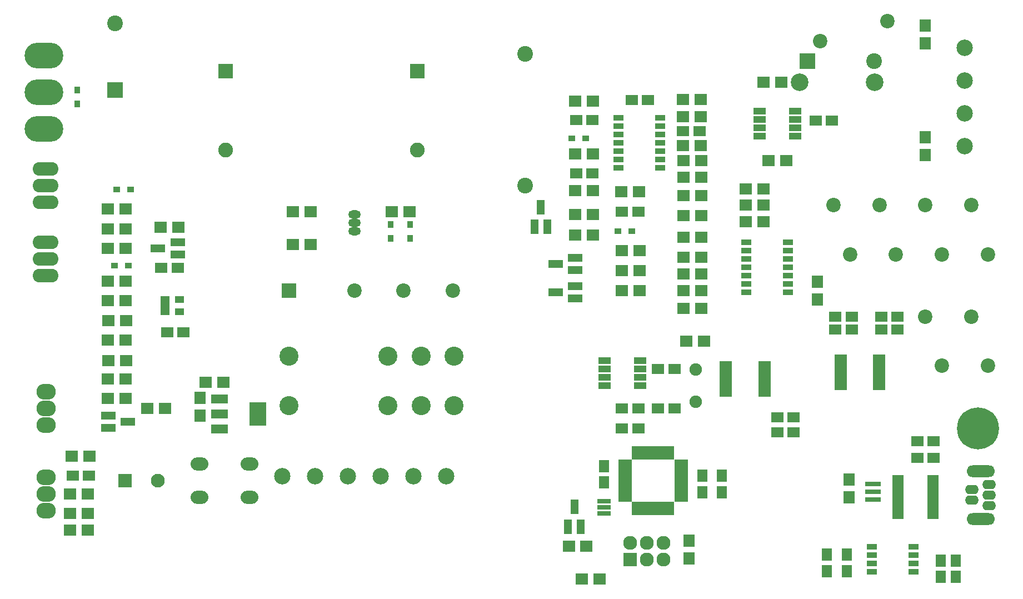
<source format=gts>
G04 #@! TF.FileFunction,Soldermask,Top*
%FSLAX46Y46*%
G04 Gerber Fmt 4.6, Leading zero omitted, Abs format (unit mm)*
G04 Created by KiCad (PCBNEW 4.0.0-rc1-stable) date 4/11/2015 1:36:56 PM*
%MOMM*%
G01*
G04 APERTURE LIST*
%ADD10C,0.100000*%
%ADD11R,1.900000X1.650000*%
%ADD12R,1.650000X1.900000*%
%ADD13C,2.100000*%
%ADD14R,2.100000X2.100000*%
%ADD15R,2.127200X2.127200*%
%ADD16O,2.127200X2.127200*%
%ADD17R,0.990000X0.850000*%
%ADD18C,2.398980*%
%ADD19R,2.398980X2.398980*%
%ADD20R,0.850000X0.990000*%
%ADD21O,2.700000X2.000000*%
%ADD22C,2.200000*%
%ADD23R,2.000000X0.950000*%
%ADD24R,0.950000X2.000000*%
%ADD25C,2.900000*%
%ADD26R,1.900000X1.700000*%
%ADD27C,2.500000*%
%ADD28R,1.200100X2.200860*%
%ADD29O,5.901640X3.900120*%
%ADD30R,2.200860X1.200100*%
%ADD31O,3.900120X2.099260*%
%ADD32R,1.700000X1.900000*%
%ADD33C,2.686000*%
%ADD34R,1.543000X0.908000*%
%ADD35R,1.900000X0.850000*%
%ADD36R,1.950000X1.000000*%
%ADD37R,1.670000X0.806400*%
%ADD38O,2.940000X2.432000*%
%ADD39R,2.550000X3.650000*%
%ADD40R,2.550000X1.350000*%
%ADD41O,1.901140X1.299160*%
%ADD42R,1.460000X1.050000*%
%ADD43R,2.000000X0.700000*%
%ADD44R,2.400000X0.800000*%
%ADD45C,1.901140*%
%ADD46C,6.399480*%
%ADD47C,2.250000*%
%ADD48R,2.250000X2.250000*%
%ADD49O,4.310000X1.800000*%
%ADD50O,2.100000X1.400000*%
%ADD51R,2.200000X2.200000*%
G04 APERTURE END LIST*
D10*
D11*
X137434000Y-117602000D03*
X139934000Y-117602000D03*
X137434000Y-115316000D03*
X139934000Y-115316000D03*
D12*
X126000000Y-126750000D03*
X126000000Y-124250000D03*
X111000000Y-125250000D03*
X111000000Y-122750000D03*
D11*
X116250000Y-114000000D03*
X113750000Y-114000000D03*
X116250000Y-117000000D03*
X113750000Y-117000000D03*
X153250000Y-102000000D03*
X155750000Y-102000000D03*
X153250000Y-100000000D03*
X155750000Y-100000000D03*
X146250000Y-100000000D03*
X148750000Y-100000000D03*
X146250000Y-102000000D03*
X148750000Y-102000000D03*
D12*
X145000000Y-136250000D03*
X145000000Y-138750000D03*
X148000000Y-136250000D03*
X148000000Y-138750000D03*
X162306000Y-137180000D03*
X162306000Y-139680000D03*
X164592000Y-137180000D03*
X164592000Y-139680000D03*
D11*
X158750000Y-119000000D03*
X161250000Y-119000000D03*
X158750000Y-121500000D03*
X161250000Y-121500000D03*
X115250000Y-67000000D03*
X117750000Y-67000000D03*
X143276000Y-70104000D03*
X145776000Y-70104000D03*
X109250000Y-70000000D03*
X106750000Y-70000000D03*
X123050000Y-71700000D03*
X125550000Y-71700000D03*
X109250000Y-78200000D03*
X106750000Y-78200000D03*
X113750000Y-84000000D03*
X116250000Y-84000000D03*
X30050000Y-124200000D03*
X32550000Y-124200000D03*
D13*
X43000000Y-125000000D03*
D14*
X38000000Y-125000000D03*
D11*
X43550000Y-92600000D03*
X46050000Y-92600000D03*
D12*
X129000000Y-126750000D03*
X129000000Y-124250000D03*
D11*
X121750000Y-108000000D03*
X119250000Y-108000000D03*
X121750000Y-114000000D03*
X119250000Y-114000000D03*
D15*
X115000000Y-137000000D03*
D16*
X115000000Y-134460000D03*
X117540000Y-137000000D03*
X117540000Y-134460000D03*
X120080000Y-137000000D03*
X120080000Y-134460000D03*
D17*
X108255000Y-72800000D03*
X106145000Y-72800000D03*
X115255000Y-87000000D03*
X113145000Y-87000000D03*
D18*
X36497460Y-55340000D03*
D19*
X36497460Y-65500000D03*
D20*
X30734000Y-67603000D03*
X30734000Y-65493000D03*
D18*
X152160000Y-61067460D03*
D19*
X142000000Y-61067460D03*
D21*
X57000000Y-127500000D03*
X57000000Y-122460000D03*
X49380000Y-122460000D03*
X49380000Y-127500000D03*
D20*
X78500000Y-85945000D03*
X78500000Y-88055000D03*
D17*
X36745000Y-80600000D03*
X38855000Y-80600000D03*
X36445000Y-92200000D03*
X38555000Y-92200000D03*
D20*
X81500000Y-85945000D03*
X81500000Y-88055000D03*
D22*
X144000000Y-58000000D03*
X154200000Y-55000000D03*
D23*
X114250000Y-122200000D03*
X114250000Y-123000000D03*
X114250000Y-123800000D03*
X114250000Y-124600000D03*
X114250000Y-125400000D03*
X114250000Y-126200000D03*
X114250000Y-127000000D03*
X114250000Y-127800000D03*
D24*
X115700000Y-129250000D03*
X116500000Y-129250000D03*
X117300000Y-129250000D03*
X118100000Y-129250000D03*
X118900000Y-129250000D03*
X119700000Y-129250000D03*
X120500000Y-129250000D03*
X121300000Y-129250000D03*
D23*
X122750000Y-127800000D03*
X122750000Y-127000000D03*
X122750000Y-126200000D03*
X122750000Y-125400000D03*
X122750000Y-124600000D03*
X122750000Y-123800000D03*
X122750000Y-123000000D03*
X122750000Y-122200000D03*
D24*
X121300000Y-120750000D03*
X120500000Y-120750000D03*
X119700000Y-120750000D03*
X118900000Y-120750000D03*
X118100000Y-120750000D03*
X117300000Y-120750000D03*
X116500000Y-120750000D03*
X115700000Y-120750000D03*
D25*
X63000000Y-106000000D03*
X83160000Y-106000000D03*
X78120000Y-106000000D03*
X88200000Y-106000000D03*
X63000000Y-113560000D03*
X78120000Y-113560000D03*
X83160000Y-113560000D03*
X88200000Y-113560000D03*
D26*
X107650000Y-140000000D03*
X110350000Y-140000000D03*
D27*
X166000000Y-74000000D03*
X166000000Y-69000000D03*
X166000000Y-64000000D03*
X166000000Y-59000000D03*
X62007500Y-124317500D03*
X67007500Y-124317500D03*
X72007500Y-124317500D03*
X77007500Y-124317500D03*
X82007500Y-124317500D03*
X87007500Y-124317500D03*
D28*
X100450000Y-86301140D03*
X102350000Y-86301140D03*
X101400000Y-83298860D03*
D29*
X25654000Y-65786000D03*
X25654000Y-71374000D03*
X25654000Y-60198000D03*
D30*
X35498860Y-115050000D03*
X35498860Y-116950000D03*
X38501140Y-116000000D03*
D28*
X105550000Y-132001140D03*
X107450000Y-132001140D03*
X106500000Y-128998860D03*
D31*
X25908000Y-80010000D03*
X25908000Y-82550000D03*
X25908000Y-77470000D03*
X25908000Y-91186000D03*
X25908000Y-93726000D03*
X25908000Y-88646000D03*
D30*
X46051140Y-90550000D03*
X46051140Y-88650000D03*
X43048860Y-89600000D03*
D26*
X132650000Y-80500000D03*
X135350000Y-80500000D03*
X126250000Y-103750000D03*
X123550000Y-103750000D03*
X135350000Y-83000000D03*
X132650000Y-83000000D03*
X132650000Y-85500000D03*
X135350000Y-85500000D03*
D32*
X124000000Y-134150000D03*
X124000000Y-136850000D03*
D26*
X125850000Y-98750000D03*
X123150000Y-98750000D03*
X125850000Y-93500000D03*
X123150000Y-93500000D03*
D32*
X148350000Y-124850000D03*
X148350000Y-127550000D03*
D26*
X123110000Y-81534000D03*
X125810000Y-81534000D03*
X106650000Y-67200000D03*
X109350000Y-67200000D03*
X109350000Y-84400000D03*
X106650000Y-84400000D03*
X125810000Y-78740000D03*
X123110000Y-78740000D03*
X123050000Y-66900000D03*
X125750000Y-66900000D03*
X125750000Y-73900000D03*
X123050000Y-73900000D03*
X106650000Y-87600000D03*
X109350000Y-87600000D03*
D32*
X160000000Y-75350000D03*
X160000000Y-72650000D03*
D26*
X125750000Y-69500000D03*
X123050000Y-69500000D03*
X106650000Y-75200000D03*
X109350000Y-75200000D03*
X123110000Y-76200000D03*
X125810000Y-76200000D03*
D32*
X160000000Y-55650000D03*
X160000000Y-58350000D03*
D26*
X123110000Y-84582000D03*
X125810000Y-84582000D03*
X116350000Y-81000000D03*
X113650000Y-81000000D03*
X135302000Y-64262000D03*
X138002000Y-64262000D03*
X138764000Y-76200000D03*
X136064000Y-76200000D03*
D33*
X152215000Y-64250000D03*
X140785000Y-64250000D03*
D26*
X29650000Y-127000000D03*
X32350000Y-127000000D03*
X29650000Y-130000000D03*
X32350000Y-130000000D03*
X29900000Y-121250000D03*
X32600000Y-121250000D03*
X29650000Y-132500000D03*
X32350000Y-132500000D03*
X44100000Y-114000000D03*
X41400000Y-114000000D03*
D32*
X49500000Y-115100000D03*
X49500000Y-112400000D03*
D26*
X53039000Y-109982000D03*
X50339000Y-109982000D03*
X35400000Y-112500000D03*
X38100000Y-112500000D03*
X35400000Y-109500000D03*
X38100000Y-109500000D03*
X38180000Y-106680000D03*
X35480000Y-106680000D03*
X108350000Y-135000000D03*
X105650000Y-135000000D03*
X35450000Y-86600000D03*
X38150000Y-86600000D03*
X35450000Y-89600000D03*
X38150000Y-89600000D03*
X35450000Y-83600000D03*
X38150000Y-83600000D03*
X38180000Y-100584000D03*
X35480000Y-100584000D03*
X81350000Y-84000000D03*
X78650000Y-84000000D03*
X63650000Y-84000000D03*
X66350000Y-84000000D03*
X123110000Y-87884000D03*
X125810000Y-87884000D03*
X35450000Y-97600000D03*
X38150000Y-97600000D03*
X123110000Y-90932000D03*
X125810000Y-90932000D03*
X38150000Y-103600000D03*
X35450000Y-103600000D03*
X35450000Y-94600000D03*
X38150000Y-94600000D03*
X46150000Y-86350000D03*
X43450000Y-86350000D03*
D32*
X143500000Y-97350000D03*
X143500000Y-94650000D03*
D26*
X125850000Y-96000000D03*
X123150000Y-96000000D03*
X63650000Y-89000000D03*
X66350000Y-89000000D03*
D34*
X113198000Y-69690000D03*
X113198000Y-70960000D03*
X113198000Y-72230000D03*
X113198000Y-73500000D03*
X113198000Y-74770000D03*
X113198000Y-76040000D03*
X113198000Y-77310000D03*
X119548000Y-77310000D03*
X119548000Y-76040000D03*
X119548000Y-73500000D03*
X119548000Y-72230000D03*
X119548000Y-70960000D03*
X119548000Y-69690000D03*
X119548000Y-74770000D03*
D35*
X129550000Y-107225000D03*
X129550000Y-107875000D03*
X129550000Y-108525000D03*
X129550000Y-109175000D03*
X129550000Y-109825000D03*
X129550000Y-110475000D03*
X129550000Y-111125000D03*
X129550000Y-111775000D03*
X135450000Y-111775000D03*
X135450000Y-111125000D03*
X135450000Y-110475000D03*
X135450000Y-109825000D03*
X135450000Y-109175000D03*
X135450000Y-108525000D03*
X135450000Y-107875000D03*
X135450000Y-107225000D03*
D36*
X111084000Y-106727000D03*
X111084000Y-107997000D03*
X111084000Y-109267000D03*
X111084000Y-110537000D03*
X116484000Y-110537000D03*
X116484000Y-109267000D03*
X116484000Y-107997000D03*
X116484000Y-106727000D03*
D35*
X147050000Y-106225000D03*
X147050000Y-106875000D03*
X147050000Y-107525000D03*
X147050000Y-108175000D03*
X147050000Y-108825000D03*
X147050000Y-109475000D03*
X147050000Y-110125000D03*
X147050000Y-110775000D03*
X152950000Y-110775000D03*
X152950000Y-110125000D03*
X152950000Y-109475000D03*
X152950000Y-108825000D03*
X152950000Y-108175000D03*
X152950000Y-107525000D03*
X152950000Y-106875000D03*
X152950000Y-106225000D03*
D34*
X158175000Y-135095000D03*
X158175000Y-136365000D03*
X158175000Y-137635000D03*
X158175000Y-138905000D03*
X151825000Y-138905000D03*
X151825000Y-137635000D03*
X151825000Y-136365000D03*
X151825000Y-135095000D03*
D37*
X155833000Y-124579000D03*
X155833000Y-125214000D03*
X155833000Y-125874400D03*
X155833000Y-126534800D03*
X155833000Y-127169800D03*
X155833000Y-127830200D03*
X155833000Y-128490600D03*
X155833000Y-129125600D03*
X155833000Y-129786000D03*
X155833000Y-130421000D03*
X161167000Y-130421000D03*
X161167000Y-129786000D03*
X161167000Y-129125600D03*
X161167000Y-128490600D03*
X161167000Y-127830200D03*
X161167000Y-127169800D03*
X161167000Y-126534800D03*
X161167000Y-125874400D03*
X161167000Y-125214000D03*
X161167000Y-124579000D03*
D34*
X132698000Y-88690000D03*
X132698000Y-89960000D03*
X132698000Y-91230000D03*
X132698000Y-92500000D03*
X132698000Y-93770000D03*
X132698000Y-95040000D03*
X132698000Y-96310000D03*
X139048000Y-96310000D03*
X139048000Y-95040000D03*
X139048000Y-92500000D03*
X139048000Y-91230000D03*
X139048000Y-89960000D03*
X139048000Y-88690000D03*
X139048000Y-93770000D03*
D36*
X134714000Y-68707000D03*
X134714000Y-69977000D03*
X134714000Y-71247000D03*
X134714000Y-72517000D03*
X140114000Y-72517000D03*
X140114000Y-71247000D03*
X140114000Y-69977000D03*
X140114000Y-68707000D03*
D38*
X26000000Y-127000000D03*
X26000000Y-124460000D03*
X26000000Y-129540000D03*
D39*
X58272000Y-114808000D03*
D40*
X52472000Y-112508000D03*
X52472000Y-114808000D03*
X52472000Y-117108000D03*
D41*
X73000000Y-85730000D03*
X73000000Y-84460000D03*
X73000000Y-87000000D03*
D42*
X44112000Y-97348000D03*
X44112000Y-98298000D03*
X44112000Y-99248000D03*
X46312000Y-99248000D03*
X46312000Y-97348000D03*
D22*
X167000000Y-83000000D03*
X169500000Y-90500000D03*
X160000000Y-83000000D03*
X162500000Y-90500000D03*
X153000000Y-83000000D03*
X155500000Y-90500000D03*
X146000000Y-83000000D03*
X148500000Y-90500000D03*
X160000000Y-100000000D03*
X162500000Y-107500000D03*
X167000000Y-100000000D03*
X169500000Y-107500000D03*
D43*
X111000000Y-130000000D03*
X111000000Y-129050000D03*
X111000000Y-128100000D03*
D44*
X152000000Y-125500000D03*
X152000000Y-126700000D03*
X152000000Y-127900000D03*
D45*
X125000000Y-108059060D03*
X125000000Y-112940940D03*
D46*
X168000000Y-117000000D03*
D30*
X106657140Y-92898000D03*
X106657140Y-90998000D03*
X103654860Y-91948000D03*
X106657140Y-97216000D03*
X106657140Y-95316000D03*
X103654860Y-96266000D03*
D26*
X106600000Y-80772000D03*
X109300000Y-80772000D03*
X113712000Y-96012000D03*
X116412000Y-96012000D03*
X116412000Y-92964000D03*
X113712000Y-92964000D03*
X113712000Y-89916000D03*
X116412000Y-89916000D03*
D47*
X53340000Y-74580000D03*
D48*
X53340000Y-62580000D03*
D47*
X82550000Y-74580000D03*
D48*
X82550000Y-62580000D03*
D38*
X26000000Y-114000000D03*
X26000000Y-111460000D03*
X26000000Y-116540000D03*
D18*
X99000000Y-60000000D03*
X99000000Y-80000000D03*
D49*
X168402000Y-130810000D03*
X168402000Y-123510000D03*
D50*
X169702000Y-127160000D03*
X169702000Y-125560000D03*
X169702000Y-128760000D03*
X167102000Y-127960000D03*
X167102000Y-126360000D03*
D11*
X46970000Y-102362000D03*
X44470000Y-102362000D03*
D51*
X62992000Y-96012000D03*
D22*
X72992000Y-96012000D03*
X80492000Y-96012000D03*
X87992000Y-96012000D03*
M02*

</source>
